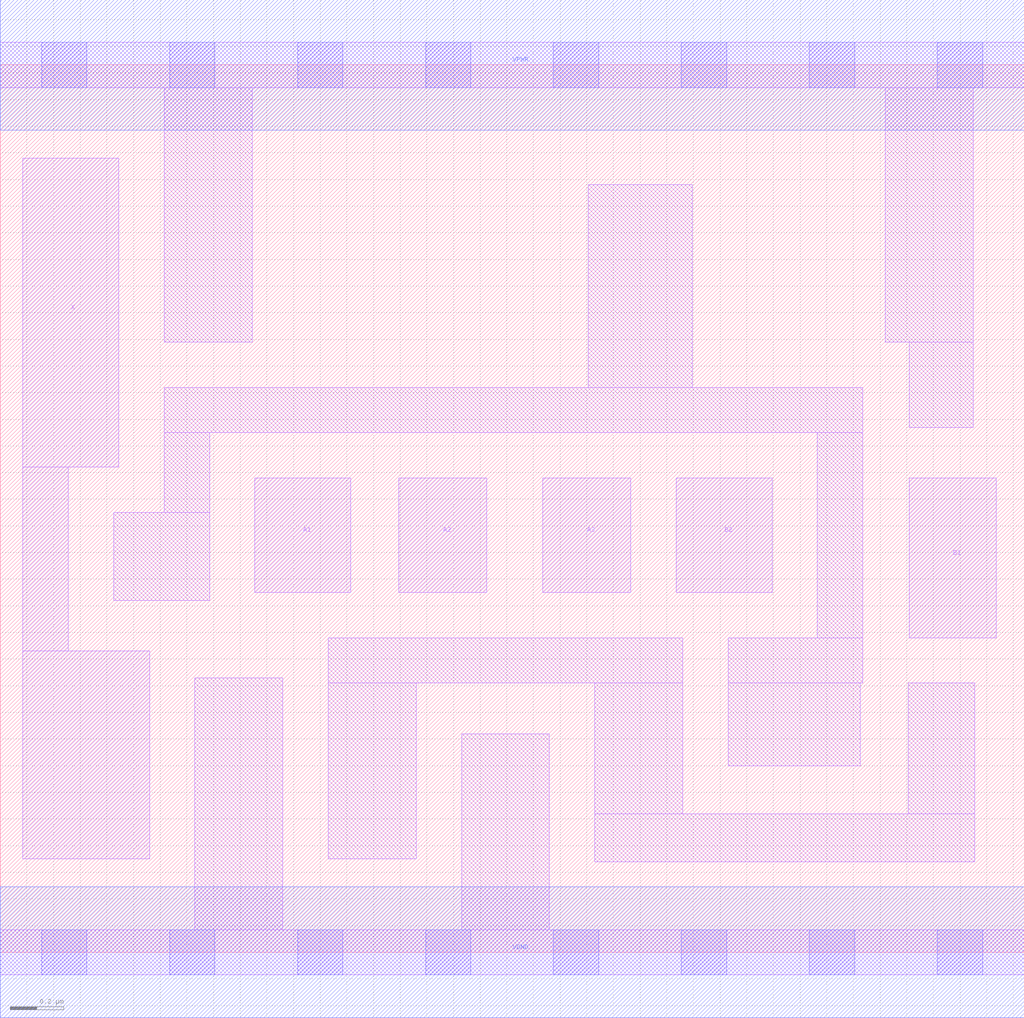
<source format=lef>
# Copyright 2020 The SkyWater PDK Authors
#
# Licensed under the Apache License, Version 2.0 (the "License");
# you may not use this file except in compliance with the License.
# You may obtain a copy of the License at
#
#     https://www.apache.org/licenses/LICENSE-2.0
#
# Unless required by applicable law or agreed to in writing, software
# distributed under the License is distributed on an "AS IS" BASIS,
# WITHOUT WARRANTIES OR CONDITIONS OF ANY KIND, either express or implied.
# See the License for the specific language governing permissions and
# limitations under the License.
#
# SPDX-License-Identifier: Apache-2.0

VERSION 5.7 ;
  NOWIREEXTENSIONATPIN ON ;
  DIVIDERCHAR "/" ;
  BUSBITCHARS "[]" ;
UNITS
  DATABASE MICRONS 200 ;
END UNITS
MACRO sky130_fd_sc_hs__o32a_1
  CLASS CORE ;
  FOREIGN sky130_fd_sc_hs__o32a_1 ;
  ORIGIN  0.000000  0.000000 ;
  SIZE  3.840000 BY  3.330000 ;
  SYMMETRY X Y ;
  SITE unit ;
  PIN A1
    ANTENNAGATEAREA  0.246000 ;
    DIRECTION INPUT ;
    USE SIGNAL ;
    PORT
      LAYER li1 ;
        RECT 0.955000 1.350000 1.315000 1.780000 ;
    END
  END A1
  PIN A2
    ANTENNAGATEAREA  0.246000 ;
    DIRECTION INPUT ;
    USE SIGNAL ;
    PORT
      LAYER li1 ;
        RECT 1.495000 1.350000 1.825000 1.780000 ;
    END
  END A2
  PIN A3
    ANTENNAGATEAREA  0.246000 ;
    DIRECTION INPUT ;
    USE SIGNAL ;
    PORT
      LAYER li1 ;
        RECT 2.035000 1.350000 2.365000 1.780000 ;
    END
  END A3
  PIN B1
    ANTENNAGATEAREA  0.246000 ;
    DIRECTION INPUT ;
    USE SIGNAL ;
    PORT
      LAYER li1 ;
        RECT 3.410000 1.180000 3.735000 1.780000 ;
    END
  END B1
  PIN B2
    ANTENNAGATEAREA  0.246000 ;
    DIRECTION INPUT ;
    USE SIGNAL ;
    PORT
      LAYER li1 ;
        RECT 2.535000 1.350000 2.895000 1.780000 ;
    END
  END B2
  PIN X
    ANTENNADIFFAREA  0.541300 ;
    DIRECTION OUTPUT ;
    USE SIGNAL ;
    PORT
      LAYER li1 ;
        RECT 0.085000 0.350000 0.560000 1.130000 ;
        RECT 0.085000 1.130000 0.255000 1.820000 ;
        RECT 0.085000 1.820000 0.445000 2.980000 ;
    END
  END X
  PIN VGND
    DIRECTION INOUT ;
    USE GROUND ;
    PORT
      LAYER met1 ;
        RECT 0.000000 -0.245000 3.840000 0.245000 ;
    END
  END VGND
  PIN VPWR
    DIRECTION INOUT ;
    USE POWER ;
    PORT
      LAYER met1 ;
        RECT 0.000000 3.085000 3.840000 3.575000 ;
    END
  END VPWR
  OBS
    LAYER li1 ;
      RECT 0.000000 -0.085000 3.840000 0.085000 ;
      RECT 0.000000  3.245000 3.840000 3.415000 ;
      RECT 0.425000  1.320000 0.785000 1.650000 ;
      RECT 0.615000  1.650000 0.785000 1.950000 ;
      RECT 0.615000  1.950000 3.235000 2.120000 ;
      RECT 0.615000  2.290000 0.945000 3.245000 ;
      RECT 0.730000  0.085000 1.060000 1.030000 ;
      RECT 1.230000  0.350000 1.560000 1.010000 ;
      RECT 1.230000  1.010000 2.560000 1.180000 ;
      RECT 1.730000  0.085000 2.060000 0.820000 ;
      RECT 2.205000  2.120000 2.595000 2.880000 ;
      RECT 2.230000  0.340000 3.655000 0.520000 ;
      RECT 2.230000  0.520000 2.560000 1.010000 ;
      RECT 2.730000  0.700000 3.225000 1.010000 ;
      RECT 2.730000  1.010000 3.235000 1.180000 ;
      RECT 3.065000  1.180000 3.235000 1.950000 ;
      RECT 3.320000  2.290000 3.650000 3.245000 ;
      RECT 3.405000  0.520000 3.655000 1.010000 ;
      RECT 3.410000  1.970000 3.650000 2.290000 ;
    LAYER mcon ;
      RECT 0.155000 -0.085000 0.325000 0.085000 ;
      RECT 0.155000  3.245000 0.325000 3.415000 ;
      RECT 0.635000 -0.085000 0.805000 0.085000 ;
      RECT 0.635000  3.245000 0.805000 3.415000 ;
      RECT 1.115000 -0.085000 1.285000 0.085000 ;
      RECT 1.115000  3.245000 1.285000 3.415000 ;
      RECT 1.595000 -0.085000 1.765000 0.085000 ;
      RECT 1.595000  3.245000 1.765000 3.415000 ;
      RECT 2.075000 -0.085000 2.245000 0.085000 ;
      RECT 2.075000  3.245000 2.245000 3.415000 ;
      RECT 2.555000 -0.085000 2.725000 0.085000 ;
      RECT 2.555000  3.245000 2.725000 3.415000 ;
      RECT 3.035000 -0.085000 3.205000 0.085000 ;
      RECT 3.035000  3.245000 3.205000 3.415000 ;
      RECT 3.515000 -0.085000 3.685000 0.085000 ;
      RECT 3.515000  3.245000 3.685000 3.415000 ;
  END
END sky130_fd_sc_hs__o32a_1
END LIBRARY

</source>
